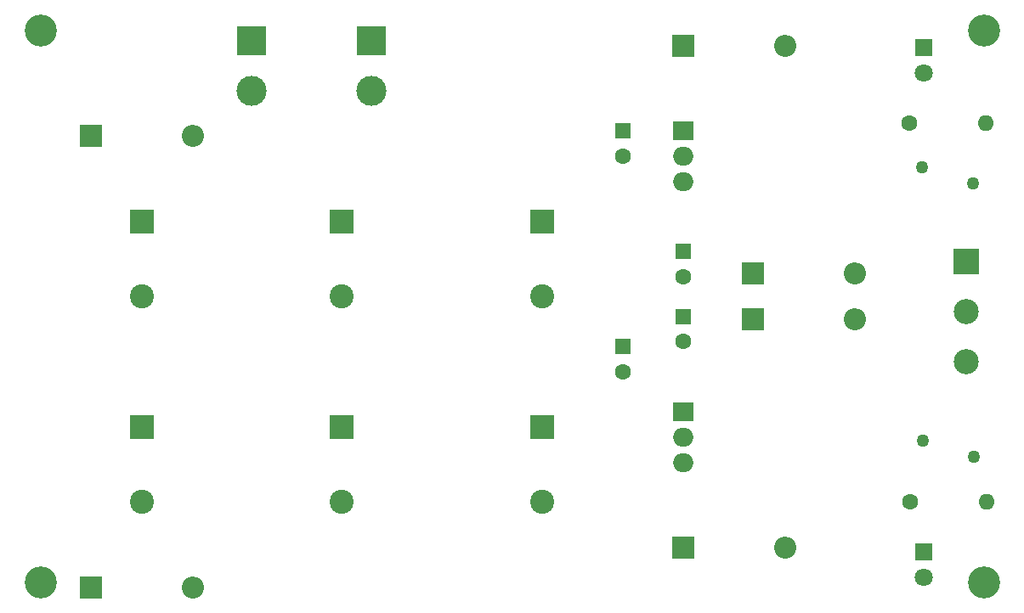
<source format=gbr>
%TF.GenerationSoftware,KiCad,Pcbnew,5.1.8-db9833491~87~ubuntu20.04.1*%
%TF.CreationDate,2020-11-17T16:36:07-05:00*%
%TF.ProjectId,mfosish_ww_supply,6d666f73-6973-4685-9f77-775f73757070,rev?*%
%TF.SameCoordinates,Original*%
%TF.FileFunction,Soldermask,Bot*%
%TF.FilePolarity,Negative*%
%FSLAX46Y46*%
G04 Gerber Fmt 4.6, Leading zero omitted, Abs format (unit mm)*
G04 Created by KiCad (PCBNEW 5.1.8-db9833491~87~ubuntu20.04.1) date 2020-11-17 16:36:07*
%MOMM*%
%LPD*%
G01*
G04 APERTURE LIST*
%ADD10C,3.000000*%
%ADD11R,3.000000X3.000000*%
%ADD12C,1.600000*%
%ADD13R,1.600000X1.600000*%
%ADD14O,2.000000X1.905000*%
%ADD15R,2.000000X1.905000*%
%ADD16O,2.200000X2.200000*%
%ADD17R,2.200000X2.200000*%
%ADD18C,3.200000*%
%ADD19C,2.400000*%
%ADD20R,2.400000X2.400000*%
%ADD21O,1.600000X1.600000*%
%ADD22C,2.500000*%
%ADD23R,2.500000X2.500000*%
%ADD24C,1.270000*%
%ADD25C,1.800000*%
%ADD26R,1.800000X1.800000*%
G04 APERTURE END LIST*
D10*
%TO.C,J3*%
X86000000Y-73000000D03*
D11*
X86000000Y-68000000D03*
%TD*%
D10*
%TO.C,J1*%
X74000000Y-73000000D03*
D11*
X74000000Y-68000000D03*
%TD*%
D12*
%TO.C,C8*%
X111000000Y-101000000D03*
D13*
X111000000Y-98500000D03*
%TD*%
D14*
%TO.C,U2*%
X117000000Y-110040000D03*
X117000000Y-107500000D03*
D15*
X117000000Y-104960000D03*
%TD*%
D16*
%TO.C,D4*%
X127160000Y-118500000D03*
D17*
X117000000Y-118500000D03*
%TD*%
D18*
%TO.C,REF\u002A\u002A*%
X147000000Y-67000000D03*
%TD*%
%TO.C,REF\u002A\u002A*%
X147000000Y-122000000D03*
%TD*%
%TO.C,REF\u002A\u002A*%
X53000000Y-122000000D03*
%TD*%
%TO.C,REF\u002A\u002A*%
X53000000Y-67000000D03*
%TD*%
D19*
%TO.C,C1*%
X63080000Y-93500000D03*
D20*
X63080000Y-86000000D03*
%TD*%
D14*
%TO.C,U1*%
X117000000Y-82040000D03*
X117000000Y-79500000D03*
D15*
X117000000Y-76960000D03*
%TD*%
D21*
%TO.C,R2*%
X147260000Y-114000000D03*
D12*
X139640000Y-114000000D03*
%TD*%
D21*
%TO.C,R1*%
X147160000Y-76200000D03*
D12*
X139540000Y-76200000D03*
%TD*%
D22*
%TO.C,J2*%
X145250000Y-100000000D03*
X145250000Y-95000000D03*
D23*
X145250000Y-90000000D03*
%TD*%
D24*
%TO.C,F2*%
X146000000Y-109500000D03*
X140900000Y-107900000D03*
%TD*%
%TO.C,F1*%
X145900000Y-82200000D03*
X140800000Y-80600000D03*
%TD*%
D25*
%TO.C,D8*%
X141000000Y-121540000D03*
D26*
X141000000Y-119000000D03*
%TD*%
D25*
%TO.C,D7*%
X141000000Y-71240000D03*
D26*
X141000000Y-68700000D03*
%TD*%
D16*
%TO.C,D6*%
X134160000Y-95777712D03*
D17*
X124000000Y-95777712D03*
%TD*%
D16*
%TO.C,D5*%
X134160000Y-91180000D03*
D17*
X124000000Y-91180000D03*
%TD*%
D16*
%TO.C,D3*%
X127160000Y-68500000D03*
D17*
X117000000Y-68500000D03*
%TD*%
D16*
%TO.C,D2*%
X68160000Y-122500000D03*
D17*
X58000000Y-122500000D03*
%TD*%
D16*
%TO.C,D1*%
X68160000Y-77500000D03*
D17*
X58000000Y-77500000D03*
%TD*%
D12*
%TO.C,C10*%
X117000000Y-98000000D03*
D13*
X117000000Y-95500000D03*
%TD*%
D12*
%TO.C,C9*%
X117000000Y-91500000D03*
D13*
X117000000Y-89000000D03*
%TD*%
D12*
%TO.C,C7*%
X111000000Y-79500000D03*
D13*
X111000000Y-77000000D03*
%TD*%
D19*
%TO.C,C6*%
X103000000Y-114000000D03*
D20*
X103000000Y-106500000D03*
%TD*%
D19*
%TO.C,C5*%
X103000000Y-93500000D03*
D20*
X103000000Y-86000000D03*
%TD*%
D19*
%TO.C,C4*%
X83000000Y-114000000D03*
D20*
X83000000Y-106500000D03*
%TD*%
D19*
%TO.C,C3*%
X83000000Y-93500000D03*
D20*
X83000000Y-86000000D03*
%TD*%
D19*
%TO.C,C2*%
X63080000Y-114000000D03*
D20*
X63080000Y-106500000D03*
%TD*%
M02*

</source>
